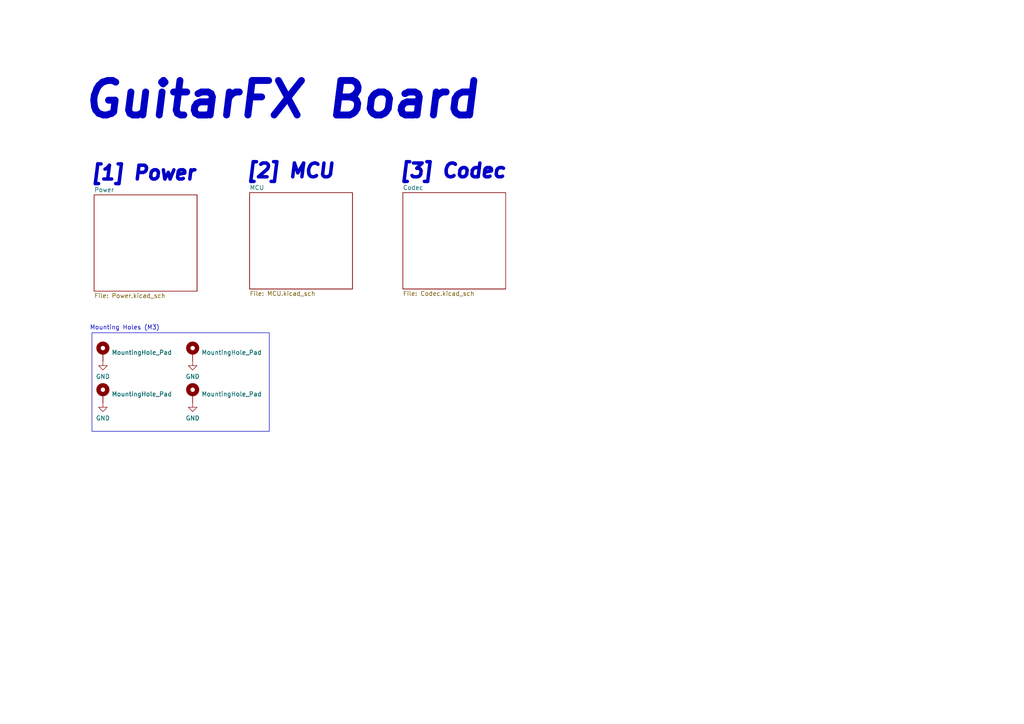
<source format=kicad_sch>
(kicad_sch (version 20230121) (generator eeschema)
  (paper "A4")
  (title_block (title "GuitarFX") (date "2024-07-23"))
  (lib_symbols
    (symbol "Mechanical:MountingHole_Pad" (pin_numbers hide) (pin_names (offset 1.016) hide)
      (property "Reference" "H" (at 0 6.35 0))
      (property "Value" "MountingHole_Pad" (at 0 4.445 0))
      (symbol "MountingHole_Pad_0_1"
        (circle (center 0 1.27) (radius 1.27) (stroke (width 1.27)))
      )
      (symbol "MountingHole_Pad_1_1"
        (pin input line (at 0 -2.54 90) (length 2.54) (name "1") (number "1"))
      )
    )
    (symbol "power:GND" (power) (pin_names (offset 0))
      (property "Value" "GND" (at 0 -3.81 0))
      (symbol "GND_0_1"
        (polyline (pts (xy 0 0) (xy 0 -1.27) (xy 1.27 -1.27) (xy 0 -2.54) (xy -1.27 -1.27) (xy 0 -1.27)))
      )
      (symbol "GND_1_1"
        (pin power_in line (at 0 0 270) (length 0) hide (name "GND") (number "1"))
      )
    )
  )
  (rectangle (start 26.67 96.52) (end 78.105 125.095))
  (text "[1] Power" (at 26.035 52.705 0) (effects (font (size 4 4) (thickness 2) bold italic) (justify left bottom)))
  (text "GuitarFX Board" (at 23.495 34.925 0) (effects (font (size 10 10) bold italic) (justify left bottom)))
  (text "[2] MCU" (at 71.12 52.07 0) (effects (font (size 4 4) (thickness 2) bold italic) (justify left bottom)))
  (text "Mounting Holes (M3)" (at 26.035 95.885 0) (effects (font (size 1.27 1.27)) (justify left bottom)))
  (text "[3] Codec" (at 115.57 52.07 0) (effects (font (size 4 4) (thickness 2) bold italic) (justify left bottom)))
  (symbol (lib_id "power:GND") (at 29.845 104.775 0) (unit 1)
    (property "Reference" "#PWR0101" (effects hide))
    (property "Value" "GND" (at 29.845 109.22 0))
  )
  (symbol (lib_id "Mechanical:MountingHole_Pad") (at 29.845 114.3 0) (unit 1) (in_bom no)
    (property "Reference" "H102" (effects hide))
    (property "Value" "MountingHole_Pad" (at 32.385 114.3 0) (effects (justify left)))
    (property "Footprint" "MountingHole:MountingHole_3.2mm_M3_Pad_Via" (effects hide))
  )
  (symbol (lib_id "Mechanical:MountingHole_Pad") (at 55.88 102.235 0) (unit 1) (in_bom no)
    (property "Reference" "H103" (effects hide))
    (property "Value" "MountingHole_Pad" (at 58.42 102.235 0) (effects (justify left)))
    (property "Footprint" "MountingHole:MountingHole_3.2mm_M3_Pad_Via" (effects hide))
  )
  (symbol (lib_id "power:GND") (at 55.88 104.775 0) (unit 1)
    (property "Reference" "#PWR0103" (effects hide))
    (property "Value" "GND" (at 55.88 109.22 0))
  )
  (symbol (lib_id "power:GND") (at 55.88 116.84 0) (unit 1)
    (property "Reference" "#PWR0104" (effects hide))
    (property "Value" "GND" (at 55.88 121.285 0))
  )
  (symbol (lib_id "power:GND") (at 29.845 116.84 0) (unit 1)
    (property "Reference" "#PWR0102" (effects hide))
    (property "Value" "GND" (at 29.845 121.285 0))
  )
  (symbol (lib_id "Mechanical:MountingHole_Pad") (at 29.845 102.235 0) (unit 1) (in_bom no)
    (property "Reference" "H101" (effects hide))
    (property "Value" "MountingHole_Pad" (at 32.385 102.235 0) (effects (justify left)))
    (property "Footprint" "MountingHole:MountingHole_3.2mm_M3_Pad_Via" (effects hide))
  )
  (symbol (lib_id "Mechanical:MountingHole_Pad") (at 55.88 114.3 0) (unit 1) (in_bom no)
    (property "Reference" "H104" (effects hide))
    (property "Value" "MountingHole_Pad" (at 58.42 114.3 0) (effects (justify left)))
    (property "Footprint" "MountingHole:MountingHole_3.2mm_M3_Pad_Via" (effects hide))
  )
  (sheet (at 27.305 56.515) (size 29.845 27.94) (stroke (width 0.1524))
    (property "Sheetname" "Power" (at 27.305 55.8034 0) (effects (justify left bottom)))
    (property "Sheetfile" "Power.kicad_sch" (at 27.305 85.0396 0) (effects (justify left top)))
  )
  (sheet (at 72.39 55.88) (size 29.845 27.94) (stroke (width 0.1524))
    (property "Sheetname" "MCU" (at 72.39 55.1684 0) (effects (justify left bottom)))
    (property "Sheetfile" "MCU.kicad_sch" (at 72.39 84.4046 0) (effects (justify left top)))
  )
  (sheet (at 116.84 55.88) (size 29.845 27.94) (stroke (width 0.1524))
    (property "Sheetname" "Codec" (at 116.84 55.1684 0) (effects (justify left bottom)))
    (property "Sheetfile" "Codec.kicad_sch" (at 116.84 84.4046 0) (effects (justify left top)))
  )
)
</source>
